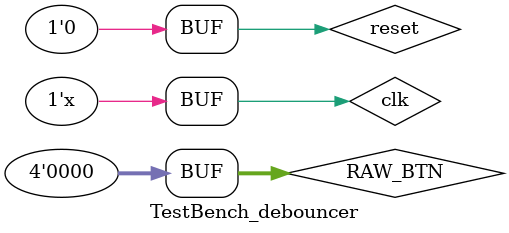
<source format=v>

`timescale 1ns/1ns;
module TestBench_debouncer
#( parameter DEBOUNCE_TIMER = 3
)
();
reg clk,reset;
reg [3:0] RAW_BTN;

button_debouncer #(.DEBOUNCE_TIMER(DEBOUNCE_TIMER)) DUT (.clk(clk),.reset(reset),.RAW_BTN(RAW_BTN));

always #5 clk=~clk;

initial begin
clk=0;
reset=0;
RAW_BTN=0;
#10;
reset=1;
#10;
reset=0;
#20;
RAW_BTN='b0000;
//#10;
//RAW_BTN='b0000;
//#10;
//RAW_BTN='b0001;
//#10;
//RAW_BTN='b0000;
//#10;
//RAW_BTN='b0001;
//$finish;
end

endmodule
</source>
